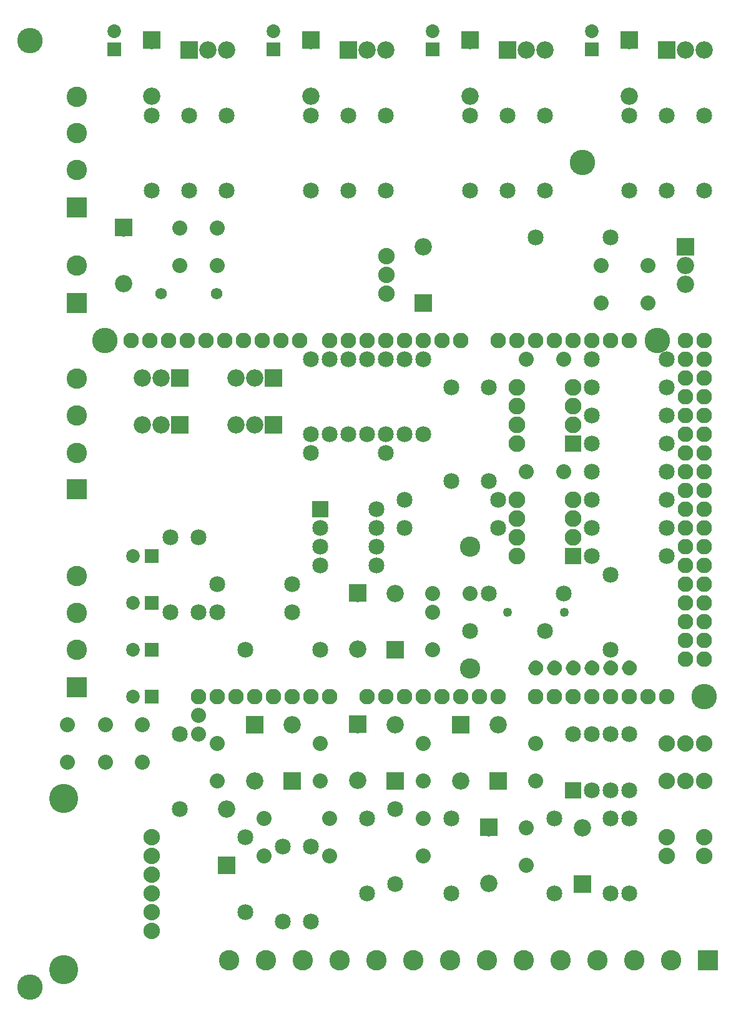
<source format=gbs>
G04 MADE WITH FRITZING*
G04 WWW.FRITZING.ORG*
G04 DOUBLE SIDED*
G04 HOLES PLATED*
G04 CONTOUR ON CENTER OF CONTOUR VECTOR*
%ASAXBY*%
%FSLAX23Y23*%
%MOIN*%
%OFA0B0*%
%SFA1.0B1.0*%
%ADD10C,0.108425*%
%ADD11C,0.085000*%
%ADD12C,0.049370*%
%ADD13C,0.135984*%
%ADD14C,0.092000*%
%ADD15C,0.080000*%
%ADD16C,0.082917*%
%ADD17C,0.155669*%
%ADD18C,0.088000*%
%ADD19C,0.061496*%
%ADD20C,0.089370*%
%ADD21C,0.072992*%
%ADD22C,0.109055*%
%ADD23R,0.085000X0.085000*%
%ADD24R,0.092000X0.092000*%
%ADD25R,0.089370X0.089370*%
%ADD26R,0.072992X0.072992*%
%ADD27R,0.109055X0.109055*%
%ADD28R,0.001000X0.001000*%
%LNMASK0*%
G90*
G70*
G54D10*
X2542Y1891D03*
X2542Y2541D03*
G54D11*
X1742Y2741D03*
X2042Y2741D03*
X1742Y2641D03*
X2042Y2641D03*
X1742Y2541D03*
X2042Y2541D03*
X1742Y2441D03*
X2042Y2441D03*
G54D12*
X3044Y2190D03*
X2742Y2191D03*
G54D11*
X3292Y1991D03*
X3292Y2391D03*
X1592Y2341D03*
X1192Y2341D03*
G54D13*
X3792Y1741D03*
X3542Y3641D03*
X592Y3641D03*
G54D14*
X992Y3441D03*
X892Y3441D03*
X792Y3441D03*
X1492Y3441D03*
X1392Y3441D03*
X1292Y3441D03*
X1492Y3191D03*
X1392Y3191D03*
X1292Y3191D03*
X992Y3191D03*
X892Y3191D03*
X792Y3191D03*
G54D15*
X1092Y1641D03*
X1092Y1541D03*
G54D11*
X1342Y591D03*
X1342Y991D03*
G54D16*
X2992Y1741D03*
X1392Y1741D03*
X3092Y1741D03*
X3192Y1741D03*
X3292Y1741D03*
X3392Y1741D03*
X3692Y3141D03*
X3492Y1741D03*
X3592Y1741D03*
X1432Y3641D03*
X1992Y1741D03*
X2092Y1741D03*
X2192Y1741D03*
X2292Y1741D03*
X3692Y2341D03*
X2392Y1741D03*
X2492Y1741D03*
X2592Y1741D03*
X2692Y1741D03*
X2192Y3641D03*
X3692Y3541D03*
X3692Y2741D03*
X3692Y1941D03*
X1032Y3641D03*
X1792Y1741D03*
X1792Y3641D03*
X3692Y3341D03*
X3692Y2941D03*
X3692Y2541D03*
X3392Y3641D03*
X3692Y2141D03*
X3292Y3641D03*
X3192Y3641D03*
X3092Y3641D03*
X2992Y3641D03*
X2892Y3641D03*
X2792Y3641D03*
X2692Y3641D03*
X832Y3641D03*
X1232Y3641D03*
X1632Y3641D03*
X1192Y1741D03*
X1592Y1741D03*
X2392Y3641D03*
X1992Y3641D03*
X3692Y3641D03*
X3692Y3441D03*
X3692Y3241D03*
X3692Y3041D03*
X3692Y2841D03*
X3692Y2641D03*
X3692Y2441D03*
X3692Y2241D03*
X3692Y2041D03*
X732Y3641D03*
X932Y3641D03*
X1132Y3641D03*
X1332Y3641D03*
X1532Y3641D03*
X1092Y1741D03*
X1292Y1741D03*
X1492Y1741D03*
X1692Y1741D03*
X2492Y3641D03*
X2292Y3641D03*
X2092Y3641D03*
X1892Y3641D03*
X3792Y3641D03*
X3792Y3541D03*
X3792Y3441D03*
X3792Y3341D03*
X3792Y3241D03*
X3792Y3141D03*
X3792Y3041D03*
X3792Y2941D03*
X3792Y2841D03*
X3792Y2741D03*
X3792Y2641D03*
X3792Y2541D03*
X3792Y2441D03*
X3792Y2341D03*
X3792Y2241D03*
X3792Y2141D03*
X3792Y2041D03*
X3792Y1941D03*
X2892Y1741D03*
G54D14*
X2292Y3841D03*
X2292Y4139D03*
G54D11*
X992Y1141D03*
X992Y1541D03*
G54D17*
X372Y284D03*
X370Y1195D03*
G54D13*
X192Y191D03*
X192Y5241D03*
X3142Y4591D03*
G54D18*
X842Y991D03*
X842Y891D03*
X842Y791D03*
X842Y691D03*
X842Y591D03*
X842Y491D03*
G54D11*
X3092Y1241D03*
X3092Y1541D03*
X3192Y1241D03*
X3192Y1541D03*
X3292Y1241D03*
X3292Y1541D03*
X3392Y1241D03*
X3392Y1541D03*
G54D18*
X3592Y1291D03*
X3692Y1291D03*
X3792Y1291D03*
X3792Y1491D03*
X3692Y1491D03*
X3592Y1491D03*
X2093Y3891D03*
X2093Y3991D03*
X2093Y4091D03*
G54D11*
X3292Y1091D03*
X3292Y691D03*
X3392Y1091D03*
X3392Y691D03*
G54D18*
X3592Y991D03*
X3592Y891D03*
X3792Y991D03*
X3792Y891D03*
G54D11*
X3592Y2491D03*
X3192Y2491D03*
X2292Y3541D03*
X2292Y3141D03*
X1792Y3541D03*
X1792Y3141D03*
X3592Y3091D03*
X3192Y3091D03*
X3592Y2941D03*
X3192Y2941D03*
X2092Y3541D03*
X2092Y3141D03*
X2092Y3041D03*
X1692Y3041D03*
X3592Y3541D03*
X3192Y3541D03*
G54D14*
X3692Y4141D03*
X3692Y4041D03*
X3692Y3941D03*
G54D15*
X1192Y4041D03*
X1192Y4241D03*
X3492Y4041D03*
X3492Y3841D03*
X992Y4041D03*
X992Y4241D03*
X3242Y4041D03*
X3242Y3841D03*
G54D14*
X692Y4241D03*
X692Y3943D03*
G54D19*
X892Y3891D03*
X1187Y3891D03*
G54D20*
X3092Y2491D03*
X2792Y2491D03*
X3092Y2591D03*
X2792Y2591D03*
X3092Y2691D03*
X2792Y2691D03*
X3092Y2791D03*
X2792Y2791D03*
X3092Y3091D03*
X2792Y3091D03*
X3092Y3191D03*
X2792Y3191D03*
X3092Y3291D03*
X2792Y3291D03*
X3092Y3391D03*
X2792Y3391D03*
G54D11*
X3592Y2641D03*
X3192Y2641D03*
X2192Y3541D03*
X2192Y3141D03*
X1892Y3541D03*
X1892Y3141D03*
X3592Y3241D03*
X3192Y3241D03*
X3592Y2791D03*
X3192Y2791D03*
X1992Y3541D03*
X1992Y3141D03*
X1692Y3541D03*
X1692Y3141D03*
X3592Y3391D03*
X3192Y3391D03*
G54D15*
X3042Y2941D03*
X2842Y2941D03*
X3042Y3541D03*
X2842Y3541D03*
G54D11*
X2192Y2641D03*
X2692Y2641D03*
X2642Y2891D03*
X2642Y3391D03*
X2692Y2791D03*
X2192Y2791D03*
X2442Y3391D03*
X2442Y2891D03*
X1192Y2191D03*
X1592Y2191D03*
X1092Y2191D03*
X1092Y2591D03*
X1342Y1991D03*
X1742Y1991D03*
X942Y2191D03*
X942Y2591D03*
G54D21*
X841Y1991D03*
X742Y1991D03*
X841Y2491D03*
X742Y2491D03*
X841Y1741D03*
X742Y1741D03*
X841Y2241D03*
X742Y2241D03*
G54D11*
X2642Y2291D03*
X3042Y2291D03*
X2142Y1141D03*
X2142Y741D03*
X1692Y941D03*
X1692Y541D03*
G54D15*
X1742Y1291D03*
X1742Y1491D03*
X1792Y1091D03*
X1792Y891D03*
X1192Y1291D03*
X1192Y1491D03*
X1442Y1091D03*
X1442Y891D03*
G54D11*
X1992Y691D03*
X1992Y1091D03*
X1542Y541D03*
X1542Y941D03*
G54D14*
X2142Y1291D03*
X2142Y1589D03*
X1392Y1589D03*
X1392Y1291D03*
X1592Y1291D03*
X1592Y1589D03*
X1242Y841D03*
X1242Y1139D03*
X2142Y1991D03*
X2142Y2289D03*
X1942Y1591D03*
X1942Y1293D03*
G54D22*
X442Y2845D03*
X442Y3041D03*
X442Y3238D03*
X442Y3435D03*
X3812Y332D03*
X3615Y332D03*
X3418Y332D03*
X3221Y332D03*
X3024Y332D03*
X2827Y332D03*
X2631Y332D03*
X2434Y332D03*
X2237Y332D03*
X2040Y332D03*
X1843Y332D03*
X1646Y332D03*
X1449Y332D03*
X1253Y332D03*
G54D15*
X2892Y1291D03*
X2892Y1491D03*
X792Y1591D03*
X792Y1391D03*
X2292Y1291D03*
X2292Y1491D03*
X392Y1591D03*
X392Y1391D03*
X593Y1591D03*
X593Y1391D03*
X2842Y1041D03*
X2842Y841D03*
X2292Y1091D03*
X2292Y891D03*
G54D11*
X2992Y691D03*
X2992Y1091D03*
X2442Y691D03*
X2442Y1091D03*
G54D14*
X3142Y741D03*
X3142Y1039D03*
X2692Y1291D03*
X2692Y1589D03*
X2642Y1041D03*
X2642Y743D03*
X2492Y1589D03*
X2492Y1291D03*
G54D11*
X3292Y4191D03*
X2892Y4191D03*
G54D15*
X2342Y2291D03*
X2542Y2291D03*
X2342Y2191D03*
X2342Y1991D03*
G54D11*
X2542Y2091D03*
X2942Y2091D03*
G54D14*
X1942Y2291D03*
X1942Y1993D03*
G54D11*
X842Y4441D03*
X842Y4841D03*
X2542Y4441D03*
X2542Y4841D03*
X1692Y4441D03*
X1692Y4841D03*
X3392Y4441D03*
X3392Y4841D03*
G54D21*
X642Y5193D03*
X642Y5291D03*
X2342Y5193D03*
X2342Y5291D03*
X1492Y5193D03*
X1492Y5291D03*
X3192Y5193D03*
X3192Y5291D03*
G54D14*
X842Y5241D03*
X842Y4943D03*
X2542Y5241D03*
X2542Y4943D03*
X1692Y5241D03*
X1692Y4943D03*
X3392Y5241D03*
X3392Y4943D03*
X1042Y5191D03*
X1142Y5191D03*
X1242Y5191D03*
X2742Y5191D03*
X2842Y5191D03*
X2942Y5191D03*
X1892Y5191D03*
X1992Y5191D03*
X2092Y5191D03*
X3592Y5191D03*
X3692Y5191D03*
X3792Y5191D03*
G54D11*
X1042Y4441D03*
X1042Y4841D03*
X2742Y4441D03*
X2742Y4841D03*
X1892Y4441D03*
X1892Y4841D03*
X3592Y4441D03*
X3592Y4841D03*
X1242Y4441D03*
X1242Y4841D03*
X2942Y4441D03*
X2942Y4841D03*
X2092Y4441D03*
X2092Y4841D03*
X3792Y4441D03*
X3792Y4841D03*
G54D22*
X442Y3841D03*
X442Y4038D03*
X442Y1791D03*
X442Y1988D03*
X442Y2185D03*
X442Y2382D03*
X442Y4351D03*
X442Y4548D03*
X442Y4745D03*
X442Y4941D03*
G54D23*
X1742Y2741D03*
G54D24*
X992Y3441D03*
X1492Y3441D03*
X1492Y3191D03*
X992Y3191D03*
X2292Y3840D03*
G54D23*
X3092Y1241D03*
G54D24*
X3692Y4141D03*
X692Y4242D03*
G54D25*
X3092Y2491D03*
X3092Y3091D03*
G54D26*
X841Y1991D03*
X841Y2491D03*
X841Y1741D03*
X841Y2241D03*
G54D24*
X2142Y1290D03*
X1392Y1590D03*
X1592Y1290D03*
X1242Y840D03*
X2142Y1990D03*
X1942Y1592D03*
G54D27*
X442Y2845D03*
X3812Y332D03*
G54D24*
X3142Y740D03*
X2692Y1290D03*
X2642Y1042D03*
X2492Y1590D03*
X1942Y2292D03*
G54D26*
X642Y5193D03*
X2342Y5193D03*
X1492Y5193D03*
X3192Y5193D03*
G54D24*
X842Y5242D03*
X2542Y5242D03*
X1692Y5242D03*
X3392Y5242D03*
X1042Y5191D03*
X2742Y5191D03*
X1892Y5191D03*
X3592Y5191D03*
G54D27*
X442Y3841D03*
X442Y1791D03*
X442Y4351D03*
G54D28*
X2886Y1932D02*
X2897Y1932D01*
X2986Y1932D02*
X2997Y1932D01*
X3086Y1932D02*
X3097Y1932D01*
X3186Y1932D02*
X3197Y1932D01*
X3286Y1932D02*
X3297Y1932D01*
X3386Y1932D02*
X3397Y1932D01*
X2882Y1931D02*
X2901Y1931D01*
X2982Y1931D02*
X3001Y1931D01*
X3082Y1931D02*
X3101Y1931D01*
X3182Y1931D02*
X3201Y1931D01*
X3282Y1931D02*
X3301Y1931D01*
X3382Y1931D02*
X3401Y1931D01*
X2879Y1930D02*
X2904Y1930D01*
X2979Y1930D02*
X3004Y1930D01*
X3079Y1930D02*
X3104Y1930D01*
X3179Y1930D02*
X3204Y1930D01*
X3279Y1930D02*
X3304Y1930D01*
X3379Y1930D02*
X3404Y1930D01*
X2877Y1929D02*
X2906Y1929D01*
X2977Y1929D02*
X3006Y1929D01*
X3077Y1929D02*
X3106Y1929D01*
X3177Y1929D02*
X3206Y1929D01*
X3277Y1929D02*
X3306Y1929D01*
X3377Y1929D02*
X3406Y1929D01*
X2875Y1928D02*
X2908Y1928D01*
X2975Y1928D02*
X3008Y1928D01*
X3075Y1928D02*
X3108Y1928D01*
X3175Y1928D02*
X3208Y1928D01*
X3275Y1928D02*
X3308Y1928D01*
X3375Y1928D02*
X3408Y1928D01*
X2873Y1927D02*
X2910Y1927D01*
X2973Y1927D02*
X3010Y1927D01*
X3073Y1927D02*
X3110Y1927D01*
X3173Y1927D02*
X3210Y1927D01*
X3273Y1927D02*
X3310Y1927D01*
X3373Y1927D02*
X3410Y1927D01*
X2872Y1926D02*
X2912Y1926D01*
X2972Y1926D02*
X3012Y1926D01*
X3072Y1926D02*
X3112Y1926D01*
X3172Y1926D02*
X3212Y1926D01*
X3272Y1926D02*
X3312Y1926D01*
X3372Y1926D02*
X3412Y1926D01*
X2870Y1925D02*
X2913Y1925D01*
X2970Y1925D02*
X3013Y1925D01*
X3070Y1925D02*
X3113Y1925D01*
X3170Y1925D02*
X3213Y1925D01*
X3270Y1925D02*
X3313Y1925D01*
X3370Y1925D02*
X3413Y1925D01*
X2869Y1924D02*
X2914Y1924D01*
X2969Y1924D02*
X3014Y1924D01*
X3069Y1924D02*
X3114Y1924D01*
X3169Y1924D02*
X3214Y1924D01*
X3269Y1924D02*
X3314Y1924D01*
X3369Y1924D02*
X3414Y1924D01*
X2868Y1923D02*
X2916Y1923D01*
X2968Y1923D02*
X3016Y1923D01*
X3068Y1923D02*
X3116Y1923D01*
X3168Y1923D02*
X3216Y1923D01*
X3268Y1923D02*
X3316Y1923D01*
X3368Y1923D02*
X3416Y1923D01*
X2867Y1922D02*
X2917Y1922D01*
X2967Y1922D02*
X3017Y1922D01*
X3067Y1922D02*
X3117Y1922D01*
X3167Y1922D02*
X3217Y1922D01*
X3267Y1922D02*
X3317Y1922D01*
X3367Y1922D02*
X3417Y1922D01*
X2865Y1921D02*
X2918Y1921D01*
X2965Y1921D02*
X3018Y1921D01*
X3065Y1921D02*
X3118Y1921D01*
X3165Y1921D02*
X3218Y1921D01*
X3265Y1921D02*
X3318Y1921D01*
X3365Y1921D02*
X3418Y1921D01*
X2864Y1920D02*
X2919Y1920D01*
X2964Y1920D02*
X3019Y1920D01*
X3064Y1920D02*
X3119Y1920D01*
X3164Y1920D02*
X3219Y1920D01*
X3264Y1920D02*
X3319Y1920D01*
X3364Y1920D02*
X3419Y1920D01*
X2863Y1919D02*
X2920Y1919D01*
X2963Y1919D02*
X3020Y1919D01*
X3063Y1919D02*
X3120Y1919D01*
X3163Y1919D02*
X3220Y1919D01*
X3263Y1919D02*
X3320Y1919D01*
X3363Y1919D02*
X3420Y1919D01*
X2863Y1918D02*
X2921Y1918D01*
X2963Y1918D02*
X3021Y1918D01*
X3063Y1918D02*
X3121Y1918D01*
X3163Y1918D02*
X3221Y1918D01*
X3263Y1918D02*
X3321Y1918D01*
X3363Y1918D02*
X3421Y1918D01*
X2862Y1917D02*
X2922Y1917D01*
X2962Y1917D02*
X3022Y1917D01*
X3062Y1917D02*
X3122Y1917D01*
X3162Y1917D02*
X3222Y1917D01*
X3262Y1917D02*
X3322Y1917D01*
X3362Y1917D02*
X3422Y1917D01*
X2861Y1916D02*
X2922Y1916D01*
X2961Y1916D02*
X3022Y1916D01*
X3061Y1916D02*
X3122Y1916D01*
X3161Y1916D02*
X3222Y1916D01*
X3261Y1916D02*
X3322Y1916D01*
X3361Y1916D02*
X3422Y1916D01*
X2860Y1915D02*
X2923Y1915D01*
X2960Y1915D02*
X3023Y1915D01*
X3060Y1915D02*
X3123Y1915D01*
X3160Y1915D02*
X3223Y1915D01*
X3260Y1915D02*
X3323Y1915D01*
X3360Y1915D02*
X3423Y1915D01*
X2859Y1914D02*
X2924Y1914D01*
X2959Y1914D02*
X3024Y1914D01*
X3059Y1914D02*
X3124Y1914D01*
X3159Y1914D02*
X3224Y1914D01*
X3259Y1914D02*
X3324Y1914D01*
X3359Y1914D02*
X3424Y1914D01*
X2859Y1913D02*
X2924Y1913D01*
X2959Y1913D02*
X3024Y1913D01*
X3059Y1913D02*
X3124Y1913D01*
X3159Y1913D02*
X3224Y1913D01*
X3259Y1913D02*
X3324Y1913D01*
X3359Y1913D02*
X3424Y1913D01*
X2858Y1912D02*
X2925Y1912D01*
X2958Y1912D02*
X3025Y1912D01*
X3058Y1912D02*
X3125Y1912D01*
X3158Y1912D02*
X3225Y1912D01*
X3258Y1912D02*
X3325Y1912D01*
X3358Y1912D02*
X3425Y1912D01*
X2857Y1911D02*
X2926Y1911D01*
X2957Y1911D02*
X3026Y1911D01*
X3057Y1911D02*
X3126Y1911D01*
X3157Y1911D02*
X3226Y1911D01*
X3257Y1911D02*
X3326Y1911D01*
X3357Y1911D02*
X3426Y1911D01*
X2857Y1910D02*
X2926Y1910D01*
X2957Y1910D02*
X3026Y1910D01*
X3057Y1910D02*
X3126Y1910D01*
X3157Y1910D02*
X3226Y1910D01*
X3257Y1910D02*
X3326Y1910D01*
X3357Y1910D02*
X3426Y1910D01*
X2856Y1909D02*
X2927Y1909D01*
X2956Y1909D02*
X3027Y1909D01*
X3056Y1909D02*
X3127Y1909D01*
X3156Y1909D02*
X3227Y1909D01*
X3256Y1909D02*
X3327Y1909D01*
X3356Y1909D02*
X3427Y1909D01*
X2856Y1908D02*
X2927Y1908D01*
X2956Y1908D02*
X3027Y1908D01*
X3056Y1908D02*
X3127Y1908D01*
X3156Y1908D02*
X3227Y1908D01*
X3256Y1908D02*
X3327Y1908D01*
X3356Y1908D02*
X3427Y1908D01*
X2855Y1907D02*
X2928Y1907D01*
X2955Y1907D02*
X3028Y1907D01*
X3055Y1907D02*
X3128Y1907D01*
X3155Y1907D02*
X3228Y1907D01*
X3255Y1907D02*
X3328Y1907D01*
X3355Y1907D02*
X3428Y1907D01*
X2855Y1906D02*
X2928Y1906D01*
X2955Y1906D02*
X3028Y1906D01*
X3055Y1906D02*
X3128Y1906D01*
X3155Y1906D02*
X3228Y1906D01*
X3255Y1906D02*
X3328Y1906D01*
X3355Y1906D02*
X3428Y1906D01*
X2855Y1905D02*
X2929Y1905D01*
X2955Y1905D02*
X3029Y1905D01*
X3055Y1905D02*
X3129Y1905D01*
X3155Y1905D02*
X3229Y1905D01*
X3255Y1905D02*
X3329Y1905D01*
X3355Y1905D02*
X3429Y1905D01*
X2854Y1904D02*
X2929Y1904D01*
X2954Y1904D02*
X3029Y1904D01*
X3054Y1904D02*
X3129Y1904D01*
X3154Y1904D02*
X3229Y1904D01*
X3254Y1904D02*
X3329Y1904D01*
X3354Y1904D02*
X3429Y1904D01*
X2854Y1903D02*
X2929Y1903D01*
X2954Y1903D02*
X3029Y1903D01*
X3054Y1903D02*
X3129Y1903D01*
X3154Y1903D02*
X3229Y1903D01*
X3254Y1903D02*
X3329Y1903D01*
X3354Y1903D02*
X3429Y1903D01*
X2854Y1902D02*
X2930Y1902D01*
X2954Y1902D02*
X3030Y1902D01*
X3054Y1902D02*
X3130Y1902D01*
X3154Y1902D02*
X3230Y1902D01*
X3254Y1902D02*
X3330Y1902D01*
X3354Y1902D02*
X3430Y1902D01*
X2853Y1901D02*
X2930Y1901D01*
X2953Y1901D02*
X3030Y1901D01*
X3053Y1901D02*
X3130Y1901D01*
X3153Y1901D02*
X3230Y1901D01*
X3253Y1901D02*
X3330Y1901D01*
X3353Y1901D02*
X3430Y1901D01*
X2853Y1900D02*
X2930Y1900D01*
X2953Y1900D02*
X3030Y1900D01*
X3053Y1900D02*
X3130Y1900D01*
X3153Y1900D02*
X3230Y1900D01*
X3253Y1900D02*
X3330Y1900D01*
X3353Y1900D02*
X3430Y1900D01*
X2853Y1899D02*
X2930Y1899D01*
X2953Y1899D02*
X3030Y1899D01*
X3053Y1899D02*
X3130Y1899D01*
X3153Y1899D02*
X3230Y1899D01*
X3253Y1899D02*
X3330Y1899D01*
X3353Y1899D02*
X3430Y1899D01*
X2853Y1898D02*
X2931Y1898D01*
X2953Y1898D02*
X3031Y1898D01*
X3053Y1898D02*
X3131Y1898D01*
X3153Y1898D02*
X3231Y1898D01*
X3253Y1898D02*
X3331Y1898D01*
X3353Y1898D02*
X3431Y1898D01*
X2852Y1897D02*
X2931Y1897D01*
X2952Y1897D02*
X3031Y1897D01*
X3052Y1897D02*
X3131Y1897D01*
X3152Y1897D02*
X3231Y1897D01*
X3252Y1897D02*
X3331Y1897D01*
X3352Y1897D02*
X3431Y1897D01*
X2852Y1896D02*
X2931Y1896D01*
X2952Y1896D02*
X3031Y1896D01*
X3052Y1896D02*
X3131Y1896D01*
X3152Y1896D02*
X3231Y1896D01*
X3252Y1896D02*
X3331Y1896D01*
X3352Y1896D02*
X3431Y1896D01*
X2852Y1895D02*
X2931Y1895D01*
X2952Y1895D02*
X3031Y1895D01*
X3052Y1895D02*
X3131Y1895D01*
X3152Y1895D02*
X3231Y1895D01*
X3252Y1895D02*
X3331Y1895D01*
X3352Y1895D02*
X3431Y1895D01*
X2852Y1894D02*
X2931Y1894D01*
X2952Y1894D02*
X3031Y1894D01*
X3052Y1894D02*
X3131Y1894D01*
X3152Y1894D02*
X3231Y1894D01*
X3252Y1894D02*
X3331Y1894D01*
X3352Y1894D02*
X3431Y1894D01*
X2852Y1893D02*
X2931Y1893D01*
X2952Y1893D02*
X3031Y1893D01*
X3052Y1893D02*
X3131Y1893D01*
X3152Y1893D02*
X3231Y1893D01*
X3252Y1893D02*
X3331Y1893D01*
X3352Y1893D02*
X3431Y1893D01*
X2852Y1892D02*
X2931Y1892D01*
X2952Y1892D02*
X3031Y1892D01*
X3052Y1892D02*
X3131Y1892D01*
X3152Y1892D02*
X3231Y1892D01*
X3252Y1892D02*
X3331Y1892D01*
X3352Y1892D02*
X3431Y1892D01*
X2852Y1891D02*
X2931Y1891D01*
X2952Y1891D02*
X3031Y1891D01*
X3052Y1891D02*
X3131Y1891D01*
X3152Y1891D02*
X3231Y1891D01*
X3252Y1891D02*
X3331Y1891D01*
X3352Y1891D02*
X3431Y1891D01*
X2852Y1890D02*
X2931Y1890D01*
X2952Y1890D02*
X3031Y1890D01*
X3052Y1890D02*
X3131Y1890D01*
X3152Y1890D02*
X3231Y1890D01*
X3252Y1890D02*
X3331Y1890D01*
X3352Y1890D02*
X3431Y1890D01*
X2852Y1889D02*
X2931Y1889D01*
X2952Y1889D02*
X3031Y1889D01*
X3052Y1889D02*
X3131Y1889D01*
X3152Y1889D02*
X3231Y1889D01*
X3252Y1889D02*
X3331Y1889D01*
X3352Y1889D02*
X3431Y1889D01*
X2852Y1888D02*
X2931Y1888D01*
X2952Y1888D02*
X3031Y1888D01*
X3052Y1888D02*
X3131Y1888D01*
X3152Y1888D02*
X3231Y1888D01*
X3252Y1888D02*
X3331Y1888D01*
X3352Y1888D02*
X3431Y1888D01*
X2853Y1887D02*
X2931Y1887D01*
X2953Y1887D02*
X3031Y1887D01*
X3053Y1887D02*
X3131Y1887D01*
X3153Y1887D02*
X3231Y1887D01*
X3253Y1887D02*
X3331Y1887D01*
X3353Y1887D02*
X3431Y1887D01*
X2853Y1886D02*
X2930Y1886D01*
X2953Y1886D02*
X3030Y1886D01*
X3053Y1886D02*
X3130Y1886D01*
X3153Y1886D02*
X3230Y1886D01*
X3253Y1886D02*
X3330Y1886D01*
X3353Y1886D02*
X3430Y1886D01*
X2853Y1885D02*
X2930Y1885D01*
X2953Y1885D02*
X3030Y1885D01*
X3053Y1885D02*
X3130Y1885D01*
X3153Y1885D02*
X3230Y1885D01*
X3253Y1885D02*
X3330Y1885D01*
X3353Y1885D02*
X3430Y1885D01*
X2853Y1884D02*
X2930Y1884D01*
X2953Y1884D02*
X3030Y1884D01*
X3053Y1884D02*
X3130Y1884D01*
X3153Y1884D02*
X3230Y1884D01*
X3253Y1884D02*
X3330Y1884D01*
X3353Y1884D02*
X3430Y1884D01*
X2854Y1883D02*
X2930Y1883D01*
X2954Y1883D02*
X3030Y1883D01*
X3054Y1883D02*
X3130Y1883D01*
X3154Y1883D02*
X3230Y1883D01*
X3254Y1883D02*
X3330Y1883D01*
X3354Y1883D02*
X3430Y1883D01*
X2854Y1882D02*
X2929Y1882D01*
X2954Y1882D02*
X3029Y1882D01*
X3054Y1882D02*
X3129Y1882D01*
X3154Y1882D02*
X3229Y1882D01*
X3254Y1882D02*
X3329Y1882D01*
X3354Y1882D02*
X3429Y1882D01*
X2854Y1881D02*
X2929Y1881D01*
X2954Y1881D02*
X3029Y1881D01*
X3054Y1881D02*
X3129Y1881D01*
X3154Y1881D02*
X3229Y1881D01*
X3254Y1881D02*
X3329Y1881D01*
X3354Y1881D02*
X3429Y1881D01*
X2855Y1880D02*
X2928Y1880D01*
X2955Y1880D02*
X3028Y1880D01*
X3055Y1880D02*
X3128Y1880D01*
X3155Y1880D02*
X3228Y1880D01*
X3255Y1880D02*
X3328Y1880D01*
X3355Y1880D02*
X3428Y1880D01*
X2855Y1879D02*
X2928Y1879D01*
X2955Y1879D02*
X3028Y1879D01*
X3055Y1879D02*
X3128Y1879D01*
X3155Y1879D02*
X3228Y1879D01*
X3255Y1879D02*
X3328Y1879D01*
X3355Y1879D02*
X3428Y1879D01*
X2856Y1878D02*
X2928Y1878D01*
X2956Y1878D02*
X3028Y1878D01*
X3056Y1878D02*
X3128Y1878D01*
X3156Y1878D02*
X3228Y1878D01*
X3256Y1878D02*
X3328Y1878D01*
X3356Y1878D02*
X3428Y1878D01*
X2856Y1877D02*
X2927Y1877D01*
X2956Y1877D02*
X3027Y1877D01*
X3056Y1877D02*
X3127Y1877D01*
X3156Y1877D02*
X3227Y1877D01*
X3256Y1877D02*
X3327Y1877D01*
X3356Y1877D02*
X3427Y1877D01*
X2857Y1876D02*
X2927Y1876D01*
X2957Y1876D02*
X3027Y1876D01*
X3057Y1876D02*
X3127Y1876D01*
X3157Y1876D02*
X3227Y1876D01*
X3257Y1876D02*
X3327Y1876D01*
X3357Y1876D02*
X3427Y1876D01*
X2857Y1875D02*
X2926Y1875D01*
X2957Y1875D02*
X3026Y1875D01*
X3057Y1875D02*
X3126Y1875D01*
X3157Y1875D02*
X3226Y1875D01*
X3257Y1875D02*
X3326Y1875D01*
X3357Y1875D02*
X3426Y1875D01*
X2858Y1874D02*
X2925Y1874D01*
X2958Y1874D02*
X3025Y1874D01*
X3058Y1874D02*
X3125Y1874D01*
X3158Y1874D02*
X3225Y1874D01*
X3258Y1874D02*
X3325Y1874D01*
X3358Y1874D02*
X3425Y1874D01*
X2858Y1873D02*
X2925Y1873D01*
X2958Y1873D02*
X3025Y1873D01*
X3058Y1873D02*
X3125Y1873D01*
X3158Y1873D02*
X3225Y1873D01*
X3258Y1873D02*
X3325Y1873D01*
X3358Y1873D02*
X3425Y1873D01*
X2859Y1872D02*
X2924Y1872D01*
X2959Y1872D02*
X3024Y1872D01*
X3059Y1872D02*
X3124Y1872D01*
X3159Y1872D02*
X3224Y1872D01*
X3259Y1872D02*
X3324Y1872D01*
X3359Y1872D02*
X3424Y1872D01*
X2860Y1871D02*
X2924Y1871D01*
X2960Y1871D02*
X3024Y1871D01*
X3060Y1871D02*
X3124Y1871D01*
X3160Y1871D02*
X3224Y1871D01*
X3260Y1871D02*
X3324Y1871D01*
X3360Y1871D02*
X3424Y1871D01*
X2860Y1870D02*
X2923Y1870D01*
X2960Y1870D02*
X3023Y1870D01*
X3060Y1870D02*
X3123Y1870D01*
X3160Y1870D02*
X3223Y1870D01*
X3260Y1870D02*
X3323Y1870D01*
X3360Y1870D02*
X3423Y1870D01*
X2861Y1869D02*
X2922Y1869D01*
X2961Y1869D02*
X3022Y1869D01*
X3061Y1869D02*
X3122Y1869D01*
X3161Y1869D02*
X3222Y1869D01*
X3261Y1869D02*
X3322Y1869D01*
X3361Y1869D02*
X3422Y1869D01*
X2862Y1868D02*
X2921Y1868D01*
X2962Y1868D02*
X3021Y1868D01*
X3062Y1868D02*
X3121Y1868D01*
X3162Y1868D02*
X3221Y1868D01*
X3262Y1868D02*
X3321Y1868D01*
X3362Y1868D02*
X3421Y1868D01*
X2863Y1867D02*
X2920Y1867D01*
X2963Y1867D02*
X3020Y1867D01*
X3063Y1867D02*
X3120Y1867D01*
X3163Y1867D02*
X3220Y1867D01*
X3263Y1867D02*
X3320Y1867D01*
X3363Y1867D02*
X3420Y1867D01*
X2864Y1866D02*
X2919Y1866D01*
X2964Y1866D02*
X3019Y1866D01*
X3064Y1866D02*
X3119Y1866D01*
X3164Y1866D02*
X3219Y1866D01*
X3264Y1866D02*
X3319Y1866D01*
X3364Y1866D02*
X3419Y1866D01*
X2865Y1865D02*
X2918Y1865D01*
X2965Y1865D02*
X3018Y1865D01*
X3065Y1865D02*
X3118Y1865D01*
X3165Y1865D02*
X3218Y1865D01*
X3265Y1865D02*
X3318Y1865D01*
X3365Y1865D02*
X3418Y1865D01*
X2866Y1864D02*
X2917Y1864D01*
X2966Y1864D02*
X3017Y1864D01*
X3066Y1864D02*
X3117Y1864D01*
X3166Y1864D02*
X3217Y1864D01*
X3266Y1864D02*
X3317Y1864D01*
X3366Y1864D02*
X3417Y1864D01*
X2867Y1863D02*
X2916Y1863D01*
X2967Y1863D02*
X3016Y1863D01*
X3067Y1863D02*
X3116Y1863D01*
X3167Y1863D02*
X3216Y1863D01*
X3267Y1863D02*
X3316Y1863D01*
X3367Y1863D02*
X3416Y1863D01*
X2868Y1862D02*
X2915Y1862D01*
X2968Y1862D02*
X3015Y1862D01*
X3068Y1862D02*
X3115Y1862D01*
X3168Y1862D02*
X3215Y1862D01*
X3268Y1862D02*
X3315Y1862D01*
X3368Y1862D02*
X3415Y1862D01*
X2869Y1861D02*
X2914Y1861D01*
X2969Y1861D02*
X3014Y1861D01*
X3069Y1861D02*
X3114Y1861D01*
X3169Y1861D02*
X3214Y1861D01*
X3269Y1861D02*
X3314Y1861D01*
X3369Y1861D02*
X3414Y1861D01*
X2871Y1860D02*
X2912Y1860D01*
X2971Y1860D02*
X3012Y1860D01*
X3071Y1860D02*
X3112Y1860D01*
X3171Y1860D02*
X3212Y1860D01*
X3271Y1860D02*
X3312Y1860D01*
X3371Y1860D02*
X3412Y1860D01*
X2872Y1859D02*
X2911Y1859D01*
X2972Y1859D02*
X3011Y1859D01*
X3072Y1859D02*
X3111Y1859D01*
X3172Y1859D02*
X3211Y1859D01*
X3272Y1859D02*
X3311Y1859D01*
X3372Y1859D02*
X3411Y1859D01*
X2874Y1858D02*
X2909Y1858D01*
X2974Y1858D02*
X3009Y1858D01*
X3074Y1858D02*
X3109Y1858D01*
X3174Y1858D02*
X3209Y1858D01*
X3274Y1858D02*
X3309Y1858D01*
X3374Y1858D02*
X3409Y1858D01*
X2876Y1857D02*
X2907Y1857D01*
X2976Y1857D02*
X3007Y1857D01*
X3076Y1857D02*
X3107Y1857D01*
X3176Y1857D02*
X3207Y1857D01*
X3276Y1857D02*
X3307Y1857D01*
X3376Y1857D02*
X3407Y1857D01*
X2878Y1856D02*
X2905Y1856D01*
X2978Y1856D02*
X3005Y1856D01*
X3078Y1856D02*
X3105Y1856D01*
X3178Y1856D02*
X3205Y1856D01*
X3278Y1856D02*
X3305Y1856D01*
X3378Y1856D02*
X3405Y1856D01*
X2880Y1855D02*
X2903Y1855D01*
X2980Y1855D02*
X3003Y1855D01*
X3080Y1855D02*
X3103Y1855D01*
X3180Y1855D02*
X3203Y1855D01*
X3280Y1855D02*
X3303Y1855D01*
X3380Y1855D02*
X3403Y1855D01*
X2883Y1854D02*
X2900Y1854D01*
X2983Y1854D02*
X3000Y1854D01*
X3083Y1854D02*
X3100Y1854D01*
X3183Y1854D02*
X3200Y1854D01*
X3283Y1854D02*
X3300Y1854D01*
X3383Y1854D02*
X3400Y1854D01*
X2888Y1853D02*
X2895Y1853D01*
X2988Y1853D02*
X2995Y1853D01*
X3088Y1853D02*
X3095Y1853D01*
X3188Y1853D02*
X3195Y1853D01*
X3288Y1853D02*
X3295Y1853D01*
X3388Y1853D02*
X3395Y1853D01*
D02*
G04 End of Mask0*
M02*
</source>
